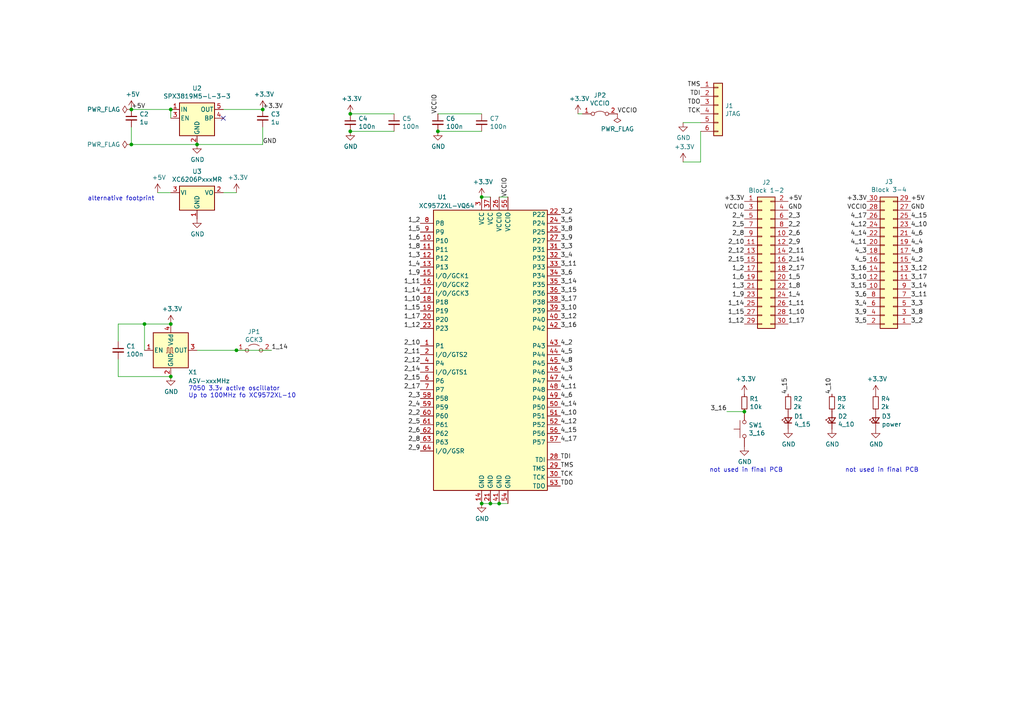
<source format=kicad_sch>
(kicad_sch (version 20211123) (generator eeschema)
  (paper "A4")
  (title_block (title "XC95xxXL-VQ64 Breakout board") (date "2020-11-23") (rev "1") (company "FLACO 2019, licence of this schematic is CC-BY-NC-SA") (comment 1 "breaks all IOs to external pins") (comment 2 "supports an optional active oscillator on GCK3") (comment 3 "supports user external VCCIO for 2.5v operation") (comment 4 "warning : jumpers are connected on PCB, cut the traces before installing the jumper"))
  (lib_symbols
    (symbol "CPLD_Xilinx:XC9572XL-VQ64"
      (property "Reference" "U" (at -16.51 40.64 0))
      (property "Value" "XC9572XL-VQ64" (at -16.51 -43.18 0))
      (symbol "XC9572XL-VQ64_1_1"
        (rectangle (start -16.51 39.37) (end 16.51 -41.91) (stroke (width 0.254)) (fill (type background)))
        (pin bidirectional line (at -20.32 0 0) (length 3.81) (name "P1") (number "1"))
        (pin bidirectional line (at -20.32 30.48 0) (length 3.81) (name "P10") (number "10"))
        (pin bidirectional line (at -20.32 27.94 0) (length 3.81) (name "P11") (number "11"))
        (pin bidirectional line (at -20.32 25.4 0) (length 3.81) (name "P12") (number "12"))
        (pin bidirectional line (at -20.32 22.86 0) (length 3.81) (name "P13") (number "13"))
        (pin power_in line (at -2.54 -45.72 90) (length 3.81) (name "GND") (number "14"))
        (pin bidirectional line (at -20.32 20.32 0) (length 3.81) (name "I/O/GCK1") (number "15"))
        (pin bidirectional line (at -20.32 17.78 0) (length 3.81) (name "I/O/GCK2") (number "16"))
        (pin bidirectional line (at -20.32 15.24 0) (length 3.81) (name "I/O/GCK3") (number "17"))
        (pin bidirectional line (at -20.32 12.7 0) (length 3.81) (name "P18") (number "18"))
        (pin bidirectional line (at -20.32 10.16 0) (length 3.81) (name "P19") (number "19"))
        (pin bidirectional line (at -20.32 -2.54 0) (length 3.81) (name "I/O/GTS2") (number "2"))
        (pin bidirectional line (at -20.32 7.62 0) (length 3.81) (name "P20") (number "20"))
        (pin power_in line (at 0 -45.72 90) (length 3.81) (name "GND") (number "21"))
        (pin bidirectional line (at 20.32 38.1 180) (length 3.81) (name "P22") (number "22"))
        (pin bidirectional line (at -20.32 5.08 0) (length 3.81) (name "P23") (number "23"))
        (pin bidirectional line (at 20.32 35.56 180) (length 3.81) (name "P24") (number "24"))
        (pin bidirectional line (at 20.32 33.02 180) (length 3.81) (name "P25") (number "25"))
        (pin power_in line (at 2.54 43.18 270) (length 3.81) (name "VCCIO") (number "26"))
        (pin bidirectional line (at 20.32 30.48 180) (length 3.81) (name "P27") (number "27"))
        (pin input line (at 20.32 -33.02 180) (length 3.81) (name "TDI") (number "28"))
        (pin input line (at 20.32 -35.56 180) (length 3.81) (name "TMS") (number "29"))
        (pin power_in line (at -2.54 43.18 270) (length 3.81) (name "VCC") (number "3"))
        (pin input line (at 20.32 -38.1 180) (length 3.81) (name "TCK") (number "30"))
        (pin bidirectional line (at 20.32 27.94 180) (length 3.81) (name "P31") (number "31"))
        (pin bidirectional line (at 20.32 25.4 180) (length 3.81) (name "P32") (number "32"))
        (pin bidirectional line (at 20.32 22.86 180) (length 3.81) (name "P33") (number "33"))
        (pin bidirectional line (at 20.32 20.32 180) (length 3.81) (name "P34") (number "34"))
        (pin bidirectional line (at 20.32 17.78 180) (length 3.81) (name "P35") (number "35"))
        (pin bidirectional line (at 20.32 15.24 180) (length 3.81) (name "P36") (number "36"))
        (pin power_in line (at 0 43.18 270) (length 3.81) (name "VCC") (number "37"))
        (pin bidirectional line (at 20.32 12.7 180) (length 3.81) (name "P38") (number "38"))
        (pin bidirectional line (at 20.32 10.16 180) (length 3.81) (name "P39") (number "39"))
        (pin bidirectional line (at -20.32 -5.08 0) (length 3.81) (name "P4") (number "4"))
        (pin bidirectional line (at 20.32 7.62 180) (length 3.81) (name "P40") (number "40"))
        (pin power_in line (at 2.54 -45.72 90) (length 3.81) (name "GND") (number "41"))
        (pin bidirectional line (at 20.32 5.08 180) (length 3.81) (name "P42") (number "42"))
        (pin bidirectional line (at 20.32 0 180) (length 3.81) (name "P43") (number "43"))
        (pin bidirectional line (at 20.32 -2.54 180) (length 3.81) (name "P44") (number "44"))
        (pin bidirectional line (at 20.32 -5.08 180) (length 3.81) (name "P45") (number "45"))
        (pin bidirectional line (at 20.32 -7.62 180) (length 3.81) (name "P46") (number "46"))
        (pin bidirectional line (at 20.32 -10.16 180) (length 3.81) (name "P47") (number "47"))
        (pin bidirectional line (at 20.32 -12.7 180) (length 3.81) (name "P48") (number "48"))
        (pin bidirectional line (at 20.32 -15.24 180) (length 3.81) (name "P49") (number "49"))
        (pin bidirectional line (at -20.32 -7.62 0) (length 3.81) (name "I/O/GTS1") (number "5"))
        (pin bidirectional line (at 20.32 -17.78 180) (length 3.81) (name "P50") (number "50"))
        (pin bidirectional line (at 20.32 -20.32 180) (length 3.81) (name "P51") (number "51"))
        (pin bidirectional line (at 20.32 -22.86 180) (length 3.81) (name "P52") (number "52"))
        (pin output line (at 20.32 -40.64 180) (length 3.81) (name "TDO") (number "53"))
        (pin power_in line (at 5.08 -45.72 90) (length 3.81) (name "GND") (number "54"))
        (pin power_in line (at 5.08 43.18 270) (length 3.81) (name "VCCIO") (number "55"))
        (pin bidirectional line (at 20.32 -25.4 180) (length 3.81) (name "P56") (number "56"))
        (pin bidirectional line (at 20.32 -27.94 180) (length 3.81) (name "P57") (number "57"))
        (pin bidirectional line (at -20.32 -15.24 0) (length 3.81) (name "P58") (number "58"))
        (pin bidirectional line (at -20.32 -17.78 0) (length 3.81) (name "P59") (number "59"))
        (pin bidirectional line (at -20.32 -10.16 0) (length 3.81) (name "P6") (number "6"))
        (pin bidirectional line (at -20.32 -20.32 0) (length 3.81) (name "P60") (number "60"))
        (pin bidirectional line (at -20.32 -22.86 0) (length 3.81) (name "P61") (number "61"))
        (pin bidirectional line (at -20.32 -25.4 0) (length 3.81) (name "P62") (number "62"))
        (pin bidirectional line (at -20.32 -27.94 0) (length 3.81) (name "P63") (number "63"))
        (pin bidirectional line (at -20.32 -30.48 0) (length 3.81) (name "I/O/GSR") (number "64"))
        (pin bidirectional line (at -20.32 -12.7 0) (length 3.81) (name "P7") (number "7"))
        (pin bidirectional line (at -20.32 35.56 0) (length 3.81) (name "P8") (number "8"))
        (pin bidirectional line (at -20.32 33.02 0) (length 3.81) (name "P9") (number "9"))
      )
    )
    (symbol "Connector_Generic:Conn_01x06" (pin_names (offset 1.016) hide)
      (property "Reference" "J" (at 0 7.62 0))
      (property "Value" "Conn_01x06" (at 0 -10.16 0))
      (symbol "Conn_01x06_1_1"
        (rectangle (start -1.27 -7.493) (end 0 -7.747) (stroke (width 0.1524)))
        (rectangle (start -1.27 -4.953) (end 0 -5.207) (stroke (width 0.1524)))
        (rectangle (start -1.27 -2.413) (end 0 -2.667) (stroke (width 0.1524)))
        (rectangle (start -1.27 0.127) (end 0 -0.127) (stroke (width 0.1524)))
        (rectangle (start -1.27 2.667) (end 0 2.413) (stroke (width 0.1524)))
        (rectangle (start -1.27 5.207) (end 0 4.953) (stroke (width 0.1524)))
        (rectangle (start -1.27 6.35) (end 1.27 -8.89) (stroke (width 0.254)) (fill (type background)))
        (pin passive line (at -5.08 5.08 0) (length 3.81) (name "Pin_1") (number "1"))
        (pin passive line (at -5.08 2.54 0) (length 3.81) (name "Pin_2") (number "2"))
        (pin passive line (at -5.08 0 0) (length 3.81) (name "Pin_3") (number "3"))
        (pin passive line (at -5.08 -2.54 0) (length 3.81) (name "Pin_4") (number "4"))
        (pin passive line (at -5.08 -5.08 0) (length 3.81) (name "Pin_5") (number "5"))
        (pin passive line (at -5.08 -7.62 0) (length 3.81) (name "Pin_6") (number "6"))
      )
    )
    (symbol "Connector_Generic:Conn_02x15_Odd_Even" (pin_names (offset 1.016) hide)
      (property "Reference" "J" (at 1.27 20.32 0))
      (property "Value" "Conn_02x15_Odd_Even" (at 1.27 -20.32 0))
      (symbol "Conn_02x15_Odd_Even_1_1"
        (rectangle (start -1.27 -17.653) (end 0 -17.907) (stroke (width 0.1524)))
        (rectangle (start -1.27 -15.113) (end 0 -15.367) (stroke (width 0.1524)))
        (rectangle (start -1.27 -12.573) (end 0 -12.827) (stroke (width 0.1524)))
        (rectangle (start -1.27 -10.033) (end 0 -10.287) (stroke (width 0.1524)))
        (rectangle (start -1.27 -7.493) (end 0 -7.747) (stroke (width 0.1524)))
        (rectangle (start -1.27 -4.953) (end 0 -5.207) (stroke (width 0.1524)))
        (rectangle (start -1.27 -2.413) (end 0 -2.667) (stroke (width 0.1524)))
        (rectangle (start -1.27 0.127) (end 0 -0.127) (stroke (width 0.1524)))
        (rectangle (start -1.27 2.667) (end 0 2.413) (stroke (width 0.1524)))
        (rectangle (start -1.27 5.207) (end 0 4.953) (stroke (width 0.1524)))
        (rectangle (start -1.27 7.747) (end 0 7.493) (stroke (width 0.1524)))
        (rectangle (start -1.27 10.287) (end 0 10.033) (stroke (width 0.1524)))
        (rectangle (start -1.27 12.827) (end 0 12.573) (stroke (width 0.1524)))
        (rectangle (start -1.27 15.367) (end 0 15.113) (stroke (width 0.1524)))
        (rectangle (start -1.27 17.907) (end 0 17.653) (stroke (width 0.1524)))
        (rectangle (start -1.27 19.05) (end 3.81 -19.05) (stroke (width 0.254)) (fill (type background)))
        (rectangle (start 3.81 -17.653) (end 2.54 -17.907) (stroke (width 0.1524)))
        (rectangle (start 3.81 -15.113) (end 2.54 -15.367) (stroke (width 0.1524)))
        (rectangle (start 3.81 -12.573) (end 2.54 -12.827) (stroke (width 0.1524)))
        (rectangle (start 3.81 -10.033) (end 2.54 -10.287) (stroke (width 0.1524)))
        (rectangle (start 3.81 -7.493) (end 2.54 -7.747) (stroke (width 0.1524)))
        (rectangle (start 3.81 -4.953) (end 2.54 -5.207) (stroke (width 0.1524)))
        (rectangle (start 3.81 -2.413) (end 2.54 -2.667) (stroke (width 0.1524)))
        (rectangle (start 3.81 0.127) (end 2.54 -0.127) (stroke (width 0.1524)))
        (rectangle (start 3.81 2.667) (end 2.54 2.413) (stroke (width 0.1524)))
        (rectangle (start 3.81 5.207) (end 2.54 4.953) (stroke (width 0.1524)))
        (rectangle (start 3.81 7.747) (end 2.54 7.493) (stroke (width 0.1524)))
        (rectangle (start 3.81 10.287) (end 2.54 10.033) (stroke (width 0.1524)))
        (rectangle (start 3.81 12.827) (end 2.54 12.573) (stroke (width 0.1524)))
        (rectangle (start 3.81 15.367) (end 2.54 15.113) (stroke (width 0.1524)))
        (rectangle (start 3.81 17.907) (end 2.54 17.653) (stroke (width 0.1524)))
        (pin passive line (at -5.08 17.78 0) (length 3.81) (name "Pin_1") (number "1"))
        (pin passive line (at 7.62 7.62 180) (length 3.81) (name "Pin_10") (number "10"))
        (pin passive line (at -5.08 5.08 0) (length 3.81) (name "Pin_11") (number "11"))
        (pin passive line (at 7.62 5.08 180) (length 3.81) (name "Pin_12") (number "12"))
        (pin passive line (at -5.08 2.54 0) (length 3.81) (name "Pin_13") (number "13"))
        (pin passive line (at 7.62 2.54 180) (length 3.81) (name "Pin_14") (number "14"))
        (pin passive line (at -5.08 0 0) (length 3.81) (name "Pin_15") (number "15"))
        (pin passive line (at 7.62 0 180) (length 3.81) (name "Pin_16") (number "16"))
        (pin passive line (at -5.08 -2.54 0) (length 3.81) (name "Pin_17") (number "17"))
        (pin passive line (at 7.62 -2.54 180) (length 3.81) (name "Pin_18") (number "18"))
        (pin passive line (at -5.08 -5.08 0) (length 3.81) (name "Pin_19") (number "19"))
        (pin passive line (at 7.62 17.78 180) (length 3.81) (name "Pin_2") (number "2"))
        (pin passive line (at 7.62 -5.08 180) (length 3.81) (name "Pin_20") (number "20"))
        (pin passive line (at -5.08 -7.62 0) (length 3.81) (name "Pin_21") (number "21"))
        (pin passive line (at 7.62 -7.62 180) (length 3.81) (name "Pin_22") (number "22"))
        (pin passive line (at -5.08 -10.16 0) (length 3.81) (name "Pin_23") (number "23"))
        (pin passive line (at 7.62 -10.16 180) (length 3.81) (name "Pin_24") (number "24"))
        (pin passive line (at -5.08 -12.7 0) (length 3.81) (name "Pin_25") (number "25"))
        (pin passive line (at 7.62 -12.7 180) (length 3.81) (name "Pin_26") (number "26"))
        (pin passive line (at -5.08 -15.24 0) (length 3.81) (name "Pin_27") (number "27"))
        (pin passive line (at 7.62 -15.24 180) (length 3.81) (name "Pin_28") (number "28"))
        (pin passive line (at -5.08 -17.78 0) (length 3.81) (name "Pin_29") (number "29"))
        (pin passive line (at -5.08 15.24 0) (length 3.81) (name "Pin_3") (number "3"))
        (pin passive line (at 7.62 -17.78 180) (length 3.81) (name "Pin_30") (number "30"))
        (pin passive line (at 7.62 15.24 180) (length 3.81) (name "Pin_4") (number "4"))
        (pin passive line (at -5.08 12.7 0) (length 3.81) (name "Pin_5") (number "5"))
        (pin passive line (at 7.62 12.7 180) (length 3.81) (name "Pin_6") (number "6"))
        (pin passive line (at -5.08 10.16 0) (length 3.81) (name "Pin_7") (number "7"))
        (pin passive line (at 7.62 10.16 180) (length 3.81) (name "Pin_8") (number "8"))
        (pin passive line (at -5.08 7.62 0) (length 3.81) (name "Pin_9") (number "9"))
      )
    )
    (symbol "Device:C_Small" (pin_numbers hide) (pin_names (offset 0.254) hide)
      (property "Reference" "C" (at 0.254 1.778 0))
      (property "Value" "C_Small" (at 0.254 -2.032 0))
      (symbol "C_Small_0_1"
        (polyline (pts (xy -1.524 -0.508) (xy 1.524 -0.508)) (stroke (width 0.3302)))
        (polyline (pts (xy -1.524 0.508) (xy 1.524 0.508)) (stroke (width 0.3048)))
      )
      (symbol "C_Small_1_1"
        (pin passive line (at 0 2.54 270) (length 2.032) (name "~") (number "1"))
        (pin passive line (at 0 -2.54 90) (length 2.032) (name "~") (number "2"))
      )
    )
    (symbol "Device:LED_Small" (pin_numbers hide) (pin_names (offset 0.254) hide)
      (property "Reference" "D" (at -1.27 3.175 0))
      (property "Value" "LED_Small" (at -4.445 -2.54 0))
      (symbol "LED_Small_0_1"
        (polyline (pts (xy -0.762 -1.016) (xy -0.762 1.016)) (stroke (width 0.254)))
        (polyline (pts (xy 1.016 0) (xy -0.762 0)))
        (polyline (pts (xy 0.762 -1.016) (xy -0.762 0) (xy 0.762 1.016) (xy 0.762 -1.016)) (stroke (width 0.254)))
        (polyline (pts (xy 0 0.762) (xy -0.508 1.27) (xy -0.254 1.27) (xy -0.508 1.27) (xy -0.508 1.016)))
        (polyline (pts (xy 0.508 1.27) (xy 0 1.778) (xy 0.254 1.778) (xy 0 1.778) (xy 0 1.524)))
      )
      (symbol "LED_Small_1_1"
        (pin passive line (at -2.54 0 0) (length 1.778) (name "K") (number "1"))
        (pin passive line (at 2.54 0 180) (length 1.778) (name "A") (number "2"))
      )
    )
    (symbol "Device:R_Small" (pin_numbers hide) (pin_names (offset 0.254) hide)
      (property "Reference" "R" (at 0.762 0.508 0))
      (property "Value" "R_Small" (at 0.762 -1.016 0))
      (symbol "R_Small_0_1"
        (rectangle (start -0.762 1.778) (end 0.762 -1.778) (stroke (width 0.2032)))
      )
      (symbol "R_Small_1_1"
        (pin passive line (at 0 2.54 270) (length 0.762) (name "~") (number "1"))
        (pin passive line (at 0 -2.54 90) (length 0.762) (name "~") (number "2"))
      )
    )
    (symbol "Jumper:Jumper_2_Bridged" (pin_names (offset 0) hide)
      (property "Reference" "JP" (at 0 1.905 0))
      (property "Value" "Jumper_2_Bridged" (at 0 -2.54 0))
      (symbol "Jumper_2_Bridged_0_0"
        (circle (center -2.032 0) (radius 0.508))
        (circle (center 2.032 0) (radius 0.508))
      )
      (symbol "Jumper_2_Bridged_0_1"
        (arc (start 1.524 0.254) (mid 0 0.762) (end -1.524 0.254))
      )
      (symbol "Jumper_2_Bridged_1_1"
        (pin passive line (at -5.08 0 0) (length 2.54) (name "A") (number "1"))
        (pin passive line (at 5.08 0 180) (length 2.54) (name "B") (number "2"))
      )
    )
    (symbol "Jumper:Jumper_2_Open" (pin_names (offset 0) hide)
      (property "Reference" "JP" (at 0 2.794 0))
      (property "Value" "Jumper_2_Open" (at 0 -2.286 0))
      (symbol "Jumper_2_Open_0_0"
        (circle (center -2.032 0) (radius 0.508))
        (circle (center 2.032 0) (radius 0.508))
      )
      (symbol "Jumper_2_Open_0_1"
        (arc (start 1.524 1.27) (mid 0 1.778) (end -1.524 1.27))
      )
      (symbol "Jumper_2_Open_1_1"
        (pin passive line (at -5.08 0 0) (length 2.54) (name "A") (number "1"))
        (pin passive line (at 5.08 0 180) (length 2.54) (name "B") (number "2"))
      )
    )
    (symbol "Oscillator:ASV-xxxMHz" (pin_names (offset 0.254))
      (property "Reference" "X" (at -5.08 6.35 0))
      (property "Value" "ASV-xxxMHz" (at 1.27 -6.35 0))
      (symbol "ASV-xxxMHz_0_1"
        (rectangle (start -5.08 5.08) (end 5.08 -5.08) (stroke (width 0.254)) (fill (type background)))
        (polyline (pts (xy -1.27 -0.762) (xy -1.016 -0.762) (xy -1.016 0.762) (xy -0.508 0.762) (xy -0.508 -0.762) (xy 0 -0.762) (xy 0 0.762) (xy 0.508 0.762) (xy 0.508 -0.762) (xy 0.762 -0.762)))
      )
      (symbol "ASV-xxxMHz_1_1"
        (pin input line (at -7.62 0 0) (length 2.54) (name "EN") (number "1"))
        (pin power_in line (at 0 -7.62 90) (length 2.54) (name "GND") (number "2"))
        (pin output line (at 7.62 0 180) (length 2.54) (name "OUT") (number "3"))
        (pin power_in line (at 0 7.62 270) (length 2.54) (name "Vdd") (number "4"))
      )
    )
    (symbol "Regulator_Linear:SPX3819M5-L-3-3" (pin_names (offset 0.254))
      (property "Reference" "U" (at -3.81 5.715 0))
      (property "Value" "SPX3819M5-L-3-3" (at 0 5.715 0))
      (symbol "SPX3819M5-L-3-3_0_1"
        (rectangle (start -5.08 4.445) (end 5.08 -5.08) (stroke (width 0.254)) (fill (type background)))
      )
      (symbol "SPX3819M5-L-3-3_1_1"
        (pin power_in line (at -7.62 2.54 0) (length 2.54) (name "IN") (number "1"))
        (pin power_in line (at 0 -7.62 90) (length 2.54) (name "GND") (number "2"))
        (pin input line (at -7.62 0 0) (length 2.54) (name "EN") (number "3"))
        (pin input line (at 7.62 0 180) (length 2.54) (name "BP") (number "4"))
        (pin power_out line (at 7.62 2.54 180) (length 2.54) (name "OUT") (number "5"))
      )
    )
    (symbol "Regulator_Linear:XC6206PxxxMR" (pin_names (offset 0.254))
      (property "Reference" "U" (at -3.81 3.175 0))
      (property "Value" "XC6206PxxxMR" (at 0 3.175 0))
      (symbol "XC6206PxxxMR_0_1"
        (rectangle (start -5.08 1.905) (end 5.08 -5.08) (stroke (width 0.254)) (fill (type background)))
      )
      (symbol "XC6206PxxxMR_1_1"
        (pin power_in line (at 0 -7.62 90) (length 2.54) (name "GND") (number "1"))
        (pin power_out line (at 7.62 0 180) (length 2.54) (name "VO") (number "2"))
        (pin power_in line (at -7.62 0 0) (length 2.54) (name "VI") (number "3"))
      )
    )
    (symbol "Switch:SW_Push" (pin_numbers hide) (pin_names (offset 1.016) hide)
      (property "Reference" "SW" (at 1.27 2.54 0))
      (property "Value" "SW_Push" (at 0 -1.524 0))
      (symbol "SW_Push_0_1"
        (circle (center -2.032 0) (radius 0.508))
        (polyline (pts (xy 0 1.27) (xy 0 3.048)))
        (polyline (pts (xy 2.54 1.27) (xy -2.54 1.27)))
        (circle (center 2.032 0) (radius 0.508))
        (pin passive line (at -5.08 0 0) (length 2.54) (name "1") (number "1"))
        (pin passive line (at 5.08 0 180) (length 2.54) (name "2") (number "2"))
      )
    )
    (symbol "power:+3.3V" (power) (pin_names (offset 0))
      (property "Value" "+3.3V" (at 0 3.556 0))
      (symbol "+3.3V_0_1"
        (polyline (pts (xy -0.762 1.27) (xy 0 2.54)))
        (polyline (pts (xy 0 0) (xy 0 2.54)))
        (polyline (pts (xy 0 2.54) (xy 0.762 1.27)))
      )
      (symbol "+3.3V_1_1"
        (pin power_in line (at 0 0 90) (length 0) hide (name "+3.3V") (number "1"))
      )
    )
    (symbol "power:+5V" (power) (pin_names (offset 0))
      (property "Value" "+5V" (at 0 3.556 0))
      (symbol "+5V_0_1"
        (polyline (pts (xy -0.762 1.27) (xy 0 2.54)))
        (polyline (pts (xy 0 0) (xy 0 2.54)))
        (polyline (pts (xy 0 2.54) (xy 0.762 1.27)))
      )
      (symbol "+5V_1_1"
        (pin power_in line (at 0 0 90) (length 0) hide (name "+5V") (number "1"))
      )
    )
    (symbol "power:GND" (power) (pin_names (offset 0))
      (property "Value" "GND" (at 0 -3.81 0))
      (symbol "GND_0_1"
        (polyline (pts (xy 0 0) (xy 0 -1.27) (xy 1.27 -1.27) (xy 0 -2.54) (xy -1.27 -1.27) (xy 0 -1.27)))
      )
      (symbol "GND_1_1"
        (pin power_in line (at 0 0 270) (length 0) hide (name "GND") (number "1"))
      )
    )
    (symbol "power:PWR_FLAG" (power) (pin_numbers hide) (pin_names (offset 0) hide)
      (property "Value" "PWR_FLAG" (at 0 3.81 0))
      (symbol "PWR_FLAG_0_0"
        (pin power_out line (at 0 0 90) (length 0) (name "pwr") (number "1"))
      )
      (symbol "PWR_FLAG_0_1"
        (polyline (pts (xy 0 0) (xy 0 1.27) (xy -1.016 1.905) (xy 0 2.54) (xy 1.016 1.905) (xy 0 1.27)))
      )
    )
  )
  (junction (at 101.6 38.1))
  (junction (at 38.1 31.75))
  (junction (at 68.58 101.6))
  (junction (at 76.2 31.75))
  (junction (at 57.15 41.91))
  (junction (at 41.91 93.98))
  (junction (at 127 38.1))
  (junction (at 49.53 31.75))
  (junction (at 49.53 93.98))
  (junction (at 215.9 119.38))
  (junction (at 139.7 57.15))
  (junction (at 38.1 41.91))
  (junction (at 142.24 146.05))
  (junction (at 139.7 146.05))
  (junction (at 49.53 109.22))
  (junction (at 144.78 146.05))
  (junction (at 101.6 33.02))
  (no_connect (at 64.77 34.29))
  (wire (pts (xy 41.91 101.6) (xy 41.91 93.98)))
  (wire (pts (xy 203.2 46.99) (xy 203.2 38.1)))
  (wire (pts (xy 144.78 57.15) (xy 147.32 57.15)))
  (wire (pts (xy 139.7 38.1) (xy 127 38.1)))
  (wire (pts (xy 139.7 33.02) (xy 127 33.02)))
  (wire (pts (xy 38.1 31.75) (xy 49.53 31.75)))
  (wire (pts (xy 41.91 93.98) (xy 34.29 93.98)))
  (wire (pts (xy 198.12 46.99) (xy 203.2 46.99)))
  (wire (pts (xy 34.29 93.98) (xy 34.29 99.06)))
  (wire (pts (xy 49.53 31.75) (xy 49.53 34.29)))
  (wire (pts (xy 203.2 35.56) (xy 198.12 35.56)))
  (wire (pts (xy 64.77 31.75) (xy 76.2 31.75)))
  (wire (pts (xy 64.77 55.88) (xy 68.58 55.88)))
  (wire (pts (xy 57.15 41.91) (xy 38.1 41.91)))
  (wire (pts (xy 41.91 93.98) (xy 49.53 93.98)))
  (wire (pts (xy 167.64 33.02) (xy 168.91 33.02)))
  (wire (pts (xy 114.3 33.02) (xy 101.6 33.02)))
  (wire (pts (xy 57.15 41.91) (xy 76.2 41.91)))
  (wire (pts (xy 144.78 146.05) (xy 142.24 146.05)))
  (wire (pts (xy 114.3 38.1) (xy 101.6 38.1)))
  (wire (pts (xy 57.15 101.6) (xy 68.58 101.6)))
  (wire (pts (xy 210.82 119.38) (xy 215.9 119.38)))
  (wire (pts (xy 49.53 55.88) (xy 45.72 55.88)))
  (wire (pts (xy 34.29 104.14) (xy 34.29 109.22)))
  (wire (pts (xy 38.1 41.91) (xy 38.1 36.83)))
  (wire (pts (xy 139.7 57.15) (xy 142.24 57.15)))
  (wire (pts (xy 76.2 41.91) (xy 76.2 36.83)))
  (wire (pts (xy 147.32 146.05) (xy 144.78 146.05)))
  (wire (pts (xy 68.58 101.6) (xy 78.74 101.6)))
  (wire (pts (xy 142.24 146.05) (xy 139.7 146.05)))
  (wire (pts (xy 34.29 109.22) (xy 49.53 109.22)))
  (text "not used in final PCB" (at 205.74 137.16 0) (effects (font (size 1.27 1.27)) (justify left bottom)))
  (text "7050 3.3v active oscillator\nUp to 100MHz fo XC9572XL-10" (at 54.61 115.57 0) (effects (font (size 1.27 1.27)) (justify left bottom)))
  (text "alternative footprint" (at 25.4 58.42 0) (effects (font (size 1.27 1.27)) (justify left bottom)))
  (text "not used in final PCB" (at 245.11 137.16 0) (effects (font (size 1.27 1.27)) (justify left bottom)))
  (label "2_11" (at 228.6 73.66 0))
  (label "3_5" (at 251.46 93.98 180))
  (label "1_8" (at 121.92 72.39 180))
  (label "VCCIO" (at 215.9 60.96 180))
  (label "2_3" (at 121.92 115.57 180))
  (label "2_8" (at 215.9 68.58 180))
  (label "4_14" (at 162.56 118.11 0))
  (label "4_5" (at 251.46 76.2 180))
  (label "TDO" (at 162.56 140.97 0))
  (label "3_5" (at 162.56 64.77 0))
  (label "1_14" (at 121.92 85.09 180))
  (label "2_4" (at 215.9 63.5 180))
  (label "+3.3V" (at 215.9 58.42 180))
  (label "3_4" (at 162.56 74.93 0))
  (label "4_5" (at 162.56 102.87 0))
  (label "4_10" (at 264.16 66.04 0))
  (label "4_15" (at 228.6 114.3 90))
  (label "3_8" (at 162.56 67.31 0))
  (label "1_4" (at 121.92 77.47 180))
  (label "3_3" (at 162.56 72.39 0))
  (label "3_10" (at 162.56 90.17 0))
  (label "GND" (at 228.6 60.96 0))
  (label "1_15" (at 121.92 90.17 180))
  (label "2_5" (at 215.9 66.04 180))
  (label "3_16" (at 162.56 95.25 0))
  (label "1_6" (at 215.9 81.28 180))
  (label "2_6" (at 228.6 68.58 0))
  (label "TDI" (at 203.2 27.94 180))
  (label "2_10" (at 121.92 100.33 180))
  (label "3_17" (at 264.16 81.28 0))
  (label "2_15" (at 121.92 110.49 180))
  (label "1_10" (at 228.6 91.44 0))
  (label "3_14" (at 162.56 82.55 0))
  (label "+5V" (at 38.1 31.75 0))
  (label "4_12" (at 251.46 66.04 180))
  (label "4_14" (at 251.46 68.58 180))
  (label "4_8" (at 162.56 105.41 0))
  (label "4_6" (at 264.16 68.58 0))
  (label "2_15" (at 215.9 76.2 180))
  (label "3_6" (at 251.46 86.36 180))
  (label "1_11" (at 121.92 82.55 180))
  (label "1_11" (at 228.6 88.9 0))
  (label "GND" (at 264.16 60.96 0))
  (label "4_11" (at 251.46 71.12 180))
  (label "2_9" (at 228.6 71.12 0))
  (label "3_16" (at 251.46 78.74 180))
  (label "4_6" (at 162.56 115.57 0))
  (label "1_12" (at 215.9 93.98 180))
  (label "TDO" (at 203.2 30.48 180))
  (label "1_8" (at 228.6 83.82 0))
  (label "4_15" (at 162.56 125.73 0))
  (label "1_17" (at 228.6 93.98 0))
  (label "1_12" (at 121.92 95.25 180))
  (label "3_4" (at 251.46 88.9 180))
  (label "3_6" (at 162.56 80.01 0))
  (label "3_14" (at 264.16 83.82 0))
  (label "1_4" (at 228.6 86.36 0))
  (label "4_12" (at 162.56 123.19 0))
  (label "3_16" (at 210.82 119.38 180))
  (label "1_14" (at 78.74 101.6 0))
  (label "GND" (at 76.2 41.91 0))
  (label "3_11" (at 162.56 77.47 0))
  (label "1_17" (at 121.92 92.71 180))
  (label "1_9" (at 215.9 86.36 180))
  (label "1_2" (at 215.9 78.74 180))
  (label "2_9" (at 121.92 130.81 180))
  (label "4_10" (at 162.56 120.65 0))
  (label "4_17" (at 251.46 63.5 180))
  (label "2_2" (at 121.92 120.65 180))
  (label "4_4" (at 162.56 110.49 0))
  (label "3_12" (at 264.16 78.74 0))
  (label "VCCIO" (at 251.46 60.96 180))
  (label "2_12" (at 121.92 105.41 180))
  (label "2_14" (at 228.6 76.2 0))
  (label "2_3" (at 228.6 63.5 0))
  (label "3_2" (at 162.56 62.23 0))
  (label "2_12" (at 215.9 73.66 180))
  (label "2_10" (at 215.9 71.12 180))
  (label "3_10" (at 251.46 81.28 180))
  (label "3_17" (at 162.56 87.63 0))
  (label "TCK" (at 203.2 33.02 180))
  (label "3_8" (at 264.16 91.44 0))
  (label "1_3" (at 121.92 74.93 180))
  (label "2_17" (at 121.92 113.03 180))
  (label "1_5" (at 228.6 81.28 0))
  (label "4_3" (at 251.46 73.66 180))
  (label "3_15" (at 251.46 83.82 180))
  (label "3_9" (at 251.46 91.44 180))
  (label "3_3" (at 264.16 88.9 0))
  (label "4_2" (at 162.56 100.33 0))
  (label "2_17" (at 228.6 78.74 0))
  (label "4_15" (at 264.16 63.5 0))
  (label "2_5" (at 121.92 123.19 180))
  (label "1_15" (at 215.9 91.44 180))
  (label "3_11" (at 264.16 86.36 0))
  (label "4_10" (at 241.3 114.3 90))
  (label "2_8" (at 121.92 128.27 180))
  (label "1_10" (at 121.92 87.63 180))
  (label "4_17" (at 162.56 128.27 0))
  (label "3_12" (at 162.56 92.71 0))
  (label "TCK" (at 162.56 138.43 0))
  (label "1_3" (at 215.9 83.82 180))
  (label "4_8" (at 264.16 73.66 0))
  (label "1_5" (at 121.92 67.31 180))
  (label "4_4" (at 264.16 71.12 0))
  (label "1_9" (at 121.92 80.01 180))
  (label "+3.3V" (at 76.2 31.75 0))
  (label "1_14" (at 215.9 88.9 180))
  (label "3_15" (at 162.56 85.09 0))
  (label "2_4" (at 121.92 118.11 180))
  (label "TDI" (at 162.56 133.35 0))
  (label "TMS" (at 203.2 25.4 180))
  (label "VCCIO" (at 147.32 57.15 90))
  (label "2_11" (at 121.92 102.87 180))
  (label "1_6" (at 121.92 69.85 180))
  (label "VCCIO" (at 179.07 33.02 0))
  (label "3_9" (at 162.56 69.85 0))
  (label "2_14" (at 121.92 107.95 180))
  (label "4_3" (at 162.56 107.95 0))
  (label "4_2" (at 264.16 76.2 0))
  (label "3_2" (at 264.16 93.98 0))
  (label "4_11" (at 162.56 113.03 0))
  (label "+5V" (at 228.6 58.42 0))
  (label "+5V" (at 264.16 58.42 0))
  (label "TMS" (at 162.56 135.89 0))
  (label "1_2" (at 121.92 64.77 180))
  (label "+3.3V" (at 251.46 58.42 180))
  (label "VCCIO" (at 127 33.02 90))
  (label "2_6" (at 121.92 125.73 180))
  (label "2_2" (at 228.6 66.04 0))
  (symbol (lib_id "Regulator_Linear:SPX3819M5-L-3-3") (at 57.15 34.29 0) (unit 1)
    (property "Reference" "U2" (at 57.15 25.6032 0))
    (property "Value" "SPX3819M5-L-3-3" (at 57.15 27.9146 0))
    (property "Footprint" "Package_TO_SOT_SMD:SOT-23-5" (effects hide))
    (property "Datasheet" "https://www.exar.com/content/document.ashx?id=22106&languageid=1033&type=Datasheet&partnumber=SPX3819&filename=SPX3819.pdf&part=SPX3819" (effects hide))
  )
  (symbol (lib_id "Device:C_Small") (at 38.1 34.29 0) (unit 1)
    (property "Reference" "C2" (at 40.4368 33.1216 0) (effects (justify left)))
    (property "Value" "1u" (at 40.4368 35.433 0) (effects (justify left)))
    (property "Footprint" "Capacitor_SMD:C_0805_2012Metric" (effects hide))
  )
  (symbol (lib_id "Device:C_Small") (at 76.2 34.29 0) (unit 1)
    (property "Reference" "C3" (at 78.5368 33.1216 0) (effects (justify left)))
    (property "Value" "1u" (at 78.5368 35.433 0) (effects (justify left)))
    (property "Footprint" "Capacitor_SMD:C_0805_2012Metric" (effects hide))
  )
  (symbol (lib_id "power:GND") (at 57.15 41.91 0) (unit 1)
    (property "Reference" "#PWR04" (effects hide))
    (property "Value" "GND" (at 57.277 46.3042 0))
  )
  (symbol (lib_id "power:+5V") (at 38.1 31.75 0) (unit 1)
    (property "Reference" "#PWR03" (effects hide))
    (property "Value" "+5V" (at 38.481 27.3558 0))
  )
  (symbol (lib_id "power:+3.3V") (at 76.2 31.75 0) (unit 1)
    (property "Reference" "#PWR05" (effects hide))
    (property "Value" "+3.3V-power" (at 76.581 27.3558 0))
  )
  (symbol (lib_id "power:+3.3V") (at 101.6 33.02 0) (unit 1)
    (property "Reference" "#PWR06" (effects hide))
    (property "Value" "+3.3V" (at 101.981 28.6258 0))
  )
  (symbol (lib_id "Device:C_Small") (at 101.6 35.56 0) (unit 1)
    (property "Reference" "C4" (at 103.9368 34.3916 0) (effects (justify left)))
    (property "Value" "100n" (at 103.9368 36.703 0) (effects (justify left)))
    (property "Footprint" "Capacitor_SMD:C_0805_2012Metric" (effects hide))
  )
  (symbol (lib_id "power:GND") (at 101.6 38.1 0) (unit 1)
    (property "Reference" "#PWR07" (effects hide))
    (property "Value" "GND" (at 101.727 42.4942 0))
  )
  (symbol (lib_id "Device:C_Small") (at 114.3 35.56 0) (unit 1)
    (property "Reference" "C5" (at 116.6368 34.3916 0) (effects (justify left)))
    (property "Value" "100n" (at 116.6368 36.703 0) (effects (justify left)))
    (property "Footprint" "Capacitor_SMD:C_0805_2012Metric" (effects hide))
  )
  (symbol (lib_id "Device:C_Small") (at 127 35.56 0) (unit 1)
    (property "Reference" "C6" (at 129.3368 34.3916 0) (effects (justify left)))
    (property "Value" "100n" (at 129.3368 36.703 0) (effects (justify left)))
    (property "Footprint" "Capacitor_SMD:C_0805_2012Metric" (effects hide))
  )
  (symbol (lib_id "Device:C_Small") (at 139.7 35.56 0) (unit 1)
    (property "Reference" "C7" (at 142.0368 34.3916 0) (effects (justify left)))
    (property "Value" "100n" (at 142.0368 36.703 0) (effects (justify left)))
    (property "Footprint" "Capacitor_SMD:C_0805_2012Metric" (effects hide))
  )
  (symbol (lib_id "Connector_Generic:Conn_01x06") (at 208.28 30.48 0) (unit 1)
    (property "Reference" "J1" (at 210.312 30.6832 0) (effects (justify left)))
    (property "Value" "JTAG" (at 210.312 32.9946 0) (effects (justify left)))
    (property "Footprint" "Connector_PinHeader_2.54mm:PinHeader_1x06_P2.54mm_Vertical" (effects hide))
  )
  (symbol (lib_id "power:+3.3V") (at 139.7 57.15 0) (unit 1)
    (property "Reference" "#PWR08" (effects hide))
    (property "Value" "+3.3V" (at 140.081 52.7558 0))
  )
  (symbol (lib_id "power:GND") (at 198.12 35.56 0) (unit 1)
    (property "Reference" "#PWR011" (effects hide))
    (property "Value" "GND" (at 198.247 39.9542 0))
  )
  (symbol (lib_id "power:+3.3V") (at 198.12 46.99 0) (unit 1)
    (property "Reference" "#PWR012" (effects hide))
    (property "Value" "+3.3V" (at 198.501 42.5958 0))
  )
  (symbol (lib_id "Jumper:Jumper_2_Bridged") (at 173.99 33.02 0) (unit 1)
    (property "Reference" "JP2" (at 173.99 27.6352 0))
    (property "Value" "VCCIO" (at 173.99 29.9466 0))
    (property "Footprint" "Connector_PinHeader_2.54mm:PinHeader_1x02_P2.54mm_Vertical" (effects hide))
  )
  (symbol (lib_id "power:+3.3V") (at 167.64 33.02 0) (unit 1)
    (property "Reference" "#PWR010" (effects hide))
    (property "Value" "+3.3V" (at 168.021 28.6258 0))
  )
  (symbol (lib_id "Device:R_Small") (at 228.6 116.84 0) (unit 1)
    (property "Reference" "R2" (at 230.0986 115.6716 0) (effects (justify left)))
    (property "Value" "2k" (at 230.0986 117.983 0) (effects (justify left)))
    (property "Footprint" "Resistor_SMD:R_0805_2012Metric" (effects hide))
  )
  (symbol (lib_id "Device:LED_Small") (at 228.6 121.92 90) (unit 1)
    (property "Reference" "D1" (at 230.3272 120.7516 90) (effects (justify right)))
    (property "Value" "4_15" (at 230.3272 123.063 90) (effects (justify right)))
    (property "Footprint" "LED_SMD:LED_0805_2012Metric" (effects hide))
  )
  (symbol (lib_id "power:GND") (at 228.6 124.46 0) (unit 1)
    (property "Reference" "#PWR015" (effects hide))
    (property "Value" "GND" (at 228.727 128.8542 0))
  )
  (symbol (lib_id "Device:R_Small") (at 241.3 116.84 0) (unit 1)
    (property "Reference" "R3" (at 242.7986 115.6716 0) (effects (justify left)))
    (property "Value" "2k" (at 242.7986 117.983 0) (effects (justify left)))
    (property "Footprint" "Resistor_SMD:R_0805_2012Metric" (effects hide))
  )
  (symbol (lib_id "Device:LED_Small") (at 241.3 121.92 90) (unit 1)
    (property "Reference" "D2" (at 243.0272 120.7516 90) (effects (justify right)))
    (property "Value" "4_10" (at 243.0272 123.063 90) (effects (justify right)))
    (property "Footprint" "LED_SMD:LED_0805_2012Metric" (effects hide))
  )
  (symbol (lib_id "power:GND") (at 241.3 124.46 0) (unit 1)
    (property "Reference" "#PWR016" (effects hide))
    (property "Value" "GND" (at 241.427 128.8542 0))
  )
  (symbol (lib_id "Device:R_Small") (at 254 116.84 0) (unit 1)
    (property "Reference" "R4" (at 255.4986 115.6716 0) (effects (justify left)))
    (property "Value" "2k" (at 255.4986 117.983 0) (effects (justify left)))
    (property "Footprint" "Resistor_SMD:R_0805_2012Metric" (effects hide))
  )
  (symbol (lib_id "Device:LED_Small") (at 254 121.92 90) (unit 1)
    (property "Reference" "D3" (at 255.7272 120.7516 90) (effects (justify right)))
    (property "Value" "power" (at 255.7272 123.063 90) (effects (justify right)))
    (property "Footprint" "LED_SMD:LED_0805_2012Metric" (effects hide))
  )
  (symbol (lib_id "power:GND") (at 254 124.46 0) (unit 1)
    (property "Reference" "#PWR018" (effects hide))
    (property "Value" "GND" (at 254.127 128.8542 0))
  )
  (symbol (lib_id "Device:R_Small") (at 215.9 116.84 0) (unit 1)
    (property "Reference" "R1" (at 217.3986 115.6716 0) (effects (justify left)))
    (property "Value" "10k" (at 217.3986 117.983 0) (effects (justify left)))
    (property "Footprint" "Resistor_SMD:R_0805_2012Metric" (effects hide))
  )
  (symbol (lib_id "Switch:SW_Push") (at 215.9 124.46 90) (unit 1)
    (property "Reference" "SW1" (at 217.1192 123.2916 90) (effects (justify right)))
    (property "Value" "3_16" (at 217.1192 125.603 90) (effects (justify right)))
    (property "Footprint" "Button_Switch_SMD:SW_SPST_FSMSM" (effects hide))
  )
  (symbol (lib_id "power:GND") (at 215.9 129.54 0) (unit 1)
    (property "Reference" "#PWR014" (effects hide))
    (property "Value" "GND" (at 216.027 133.9342 0))
  )
  (symbol (lib_id "power:+3.3V") (at 215.9 114.3 0) (unit 1)
    (property "Reference" "#PWR013" (effects hide))
    (property "Value" "+3.3V" (at 216.281 109.9058 0))
  )
  (symbol (lib_id "power:+3.3V") (at 254 114.3 0) (unit 1)
    (property "Reference" "#PWR017" (effects hide))
    (property "Value" "+3.3V" (at 254.381 109.9058 0))
  )
  (symbol (lib_id "Jumper:Jumper_2_Open") (at 73.66 101.6 0) (unit 1)
    (property "Reference" "JP1" (at 73.66 96.2152 0))
    (property "Value" "GCK3" (at 73.66 98.5266 0))
    (property "Footprint" "Connector_PinHeader_2.54mm:PinHeader_1x02_P2.54mm_Vertical" (effects hide))
  )
  (symbol (lib_id "Oscillator:ASV-xxxMHz") (at 49.53 101.6 0) (unit 1)
    (property "Reference" "X1" (at 54.61 107.95 0) (effects (justify left)))
    (property "Value" "ASV-xxxMHz" (at 54.61 110.49 0) (effects (justify left)))
    (property "Footprint" "Oscillator:Oscillator_SMD_Abracon_ASV-4Pin_7.0x5.1mm" (effects hide))
    (property "Datasheet" "https://www.mouser.fr/datasheet/2/3/ASV-24925.pdf" (effects hide))
  )
  (symbol (lib_id "power:+3.3V") (at 49.53 93.98 0) (unit 1)
    (property "Reference" "#PWR01" (effects hide))
    (property "Value" "+3.3V" (at 49.911 89.5858 0))
  )
  (symbol (lib_id "power:GND") (at 49.53 109.22 0) (unit 1)
    (property "Reference" "#PWR02" (effects hide))
    (property "Value" "GND" (at 49.657 113.6142 0))
  )
  (symbol (lib_id "Device:C_Small") (at 34.29 101.6 0) (unit 1)
    (property "Reference" "C1" (at 36.6268 100.4316 0) (effects (justify left)))
    (property "Value" "100n" (at 36.6268 102.743 0) (effects (justify left)))
    (property "Footprint" "Capacitor_SMD:C_0805_2012Metric" (effects hide))
  )
  (symbol (lib_id "Connector_Generic:Conn_02x15_Odd_Even") (at 220.98 76.2 0) (unit 1)
    (property "Reference" "J2" (at 222.25 52.9082 0))
    (property "Value" "Block 1-2" (at 222.25 55.2196 0))
    (property "Footprint" "Sassa:Pin_Header_2x15_Male_EdgeMount_Pitch2.54mm" (effects hide))
  )
  (symbol (lib_id "Connector_Generic:Conn_02x15_Odd_Even") (at 259.08 76.2 180) (unit 1)
    (property "Reference" "J3" (at 257.81 52.705 0))
    (property "Value" "Block 3-4" (at 257.81 55.0164 0))
    (property "Footprint" "Sassa:Pin_Header_2x15_Male_EdgeMount_Pitch2.54mm" (effects hide))
  )
  (symbol (lib_id "power:PWR_FLAG") (at 38.1 31.75 90) (unit 1)
    (property "Reference" "#FLG0101" (effects hide))
    (property "Value" "PWR_FLAG" (at 34.8742 31.75 90) (effects (justify left)))
  )
  (symbol (lib_id "power:PWR_FLAG") (at 38.1 41.91 90) (unit 1)
    (property "Reference" "#FLG0102" (effects hide))
    (property "Value" "PWR_FLAG" (at 34.8742 41.91 90) (effects (justify left)))
  )
  (symbol (lib_id "power:PWR_FLAG") (at 179.07 33.02 180) (unit 1)
    (property "Reference" "#FLG0103" (effects hide))
    (property "Value" "PWR_FLAG" (at 179.07 37.4142 0))
  )
  (symbol (lib_id "power:GND") (at 127 38.1 0) (unit 1)
    (property "Reference" "#PWR0107" (effects hide))
    (property "Value" "GND" (at 127.127 42.4942 0))
  )
  (symbol (lib_id "CPLD_Xilinx:XC9572XL-VQ64") (at 142.24 100.33 0) (unit 1)
    (property "Reference" "U1" (at 128.27 57.15 0))
    (property "Value" "XC9572XL-VQ64" (at 129.54 59.69 0))
    (property "Footprint" "Package_QFP:TQFP-64_10x10mm_P0.5mm" (effects hide))
    (property "Datasheet" "http://www.xilinx.com/support/documentation/data_sheets/ds057.pdf" (effects hide))
  )
  (symbol (lib_id "power:GND") (at 139.7 146.05 0) (unit 1)
    (property "Reference" "#PWR0101" (effects hide))
    (property "Value" "GND" (at 139.827 150.4442 0))
  )
  (symbol (lib_id "Regulator_Linear:XC6206PxxxMR") (at 57.15 55.88 0) (unit 1)
    (property "Reference" "U3" (at 57.15 49.7332 0))
    (property "Value" "XC6206PxxxMR" (at 57.15 52.0446 0))
    (property "Footprint" "Sassa:SOT-23" (effects hide))
    (property "Datasheet" "https://www.torexsemi.com/file/xc6206/XC6206.pdf" (effects hide))
  )
  (symbol (lib_id "power:GND") (at 57.15 63.5 0) (unit 1)
    (property "Reference" "#PWR0102" (effects hide))
    (property "Value" "GND" (at 57.277 67.8942 0))
  )
  (symbol (lib_id "power:+3.3V") (at 68.58 55.88 0) (unit 1)
    (property "Reference" "#PWR0103" (effects hide))
    (property "Value" "+3.3V-power" (at 68.961 51.4858 0))
  )
  (symbol (lib_id "power:+5V") (at 45.72 55.88 0) (unit 1)
    (property "Reference" "#PWR0104" (effects hide))
    (property "Value" "+5V" (at 46.101 51.4858 0))
  )
)
</source>
